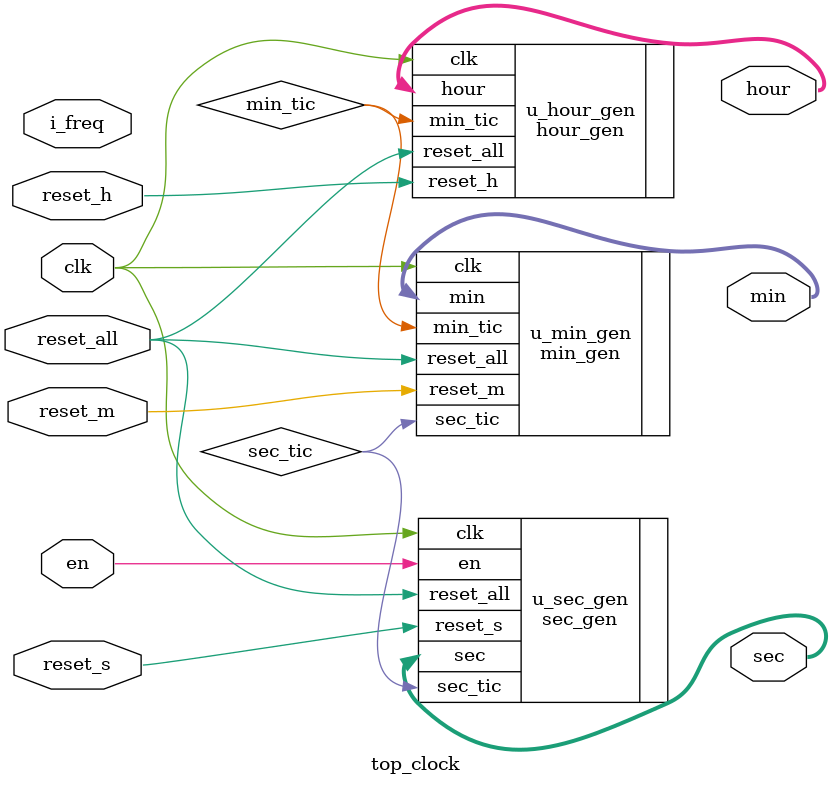
<source format=v>
`timescale 1ns / 1ps


module top_clock(
clk,en,reset_s,reset_m,reset_h,reset_all,i_freq,sec,min,hour
    );
parameter P_COUNT_BIT=30;
parameter P_SEC_BIT=6;
parameter P_MIN_BIT=6;
parameter P_HOUR_BIT=5;

input clk,en,reset_s,reset_m,reset_h,reset_all;
input [P_COUNT_BIT-1:0]   i_freq;
output [P_SEC_BIT-1:0] sec;
output [P_SEC_BIT-1:0] min;
output [P_HOUR_BIT-1:0] hour;
wire sec_tic;
wire min_tic;
sec_gen # (.P_COUNT_BIT(P_COUNT_BIT),.P_SEC_BIT(P_SEC_BIT)) u_sec_gen(.clk(clk),.reset_s(reset_s),.reset_all(reset_all),.en(en),.sec_tic(sec_tic),.sec(sec));
min_gen # (.P_MIN_BIT(P_MIN_BIT)) u_min_gen(.clk(clk),.reset_m(reset_m),.reset_all(reset_all),.sec_tic(sec_tic),.min_tic(min_tic),.min(min));
hour_gen # (.P_HOUR_BIT(P_HOUR_BIT)) u_hour_gen(.clk(clk),.reset_h(reset_h),.reset_all(reset_all),.min_tic(min_tic),.hour(hour));

endmodule
</source>
